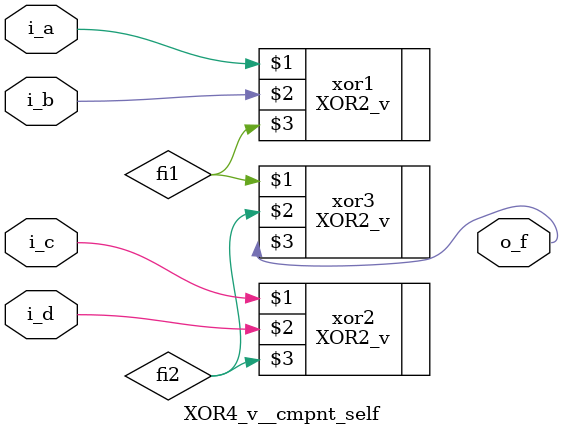
<source format=v>

module XOR4_v__equation
  (input i_a, i_b, i_c, i_d,
   output o_f);
   
  assign o_f = (i_a ^ i_b) ^ (i_c ^ i_d);
  
endmodule


////////////////////////////////
// Behavior Model
////////////////////////////////
module XOR4_v__behavior
  (input i_a, i_b, i_c, i_d,
   output o_f);
   
  assign o_f = (~ i_a & ~ i_b & ~ i_c &   i_d) | 
               (~ i_a & ~ i_b &   i_c & ~ i_d) |
               (~ i_a &   i_b & ~ i_c & ~ i_d) |
               (  i_a & ~ i_b & ~ i_c & ~ i_d) |
               (  i_a &   i_b &   i_c & ~ i_d) |
               (  i_a &   i_b & ~ i_c &   i_d) |
               (  i_a & ~ i_b &   i_c &   i_d) |
               (~ i_a &   i_b &   i_c &   i_d) ? 1 : 0;
  
endmodule



////////////////////////////////
// Component Model - Self - made of primatives
////////////////////////////////
module XOR4_v__cmpnt_self
  (input i_a, i_b, i_c, i_d,
  output o_f);
   
  wire fi1, fi2; // internal outputs
   
  XOR2_v xor1 (i_a, i_b, fi1);
  XOR2_v xor2 (i_c, i_d, fi2);
  XOR2_v xor3 (fi1, fi2, o_f);

    
endmodule








</source>
